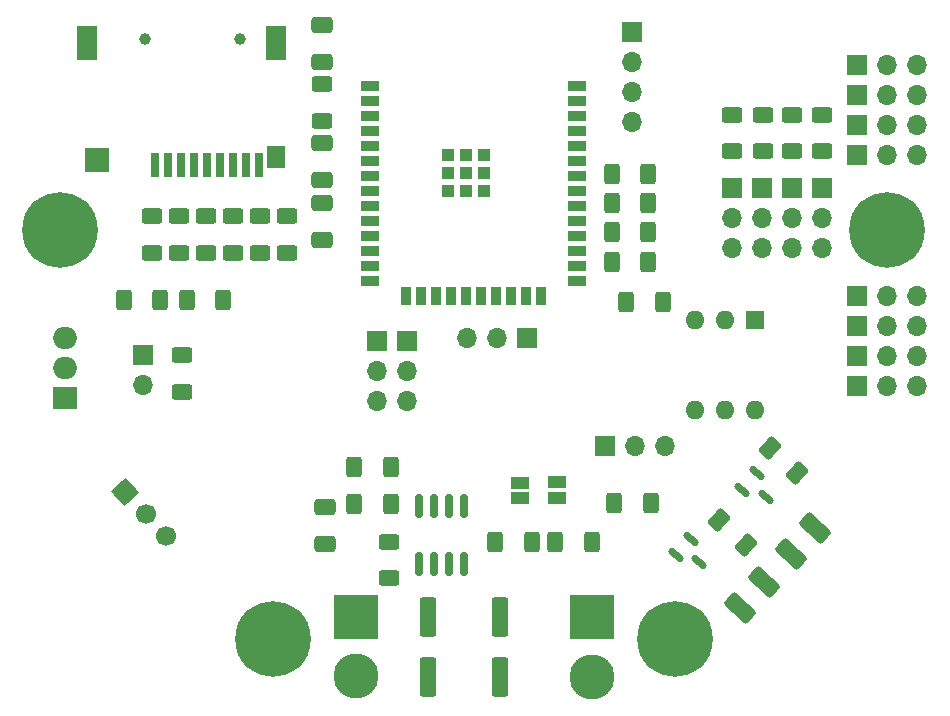
<source format=gts>
G04 #@! TF.GenerationSoftware,KiCad,Pcbnew,7.0.1*
G04 #@! TF.CreationDate,2023-03-23T23:12:12+01:00*
G04 #@! TF.ProjectId,solarScavenger,736f6c61-7253-4636-9176-656e6765722e,rev?*
G04 #@! TF.SameCoordinates,Original*
G04 #@! TF.FileFunction,Soldermask,Top*
G04 #@! TF.FilePolarity,Negative*
%FSLAX46Y46*%
G04 Gerber Fmt 4.6, Leading zero omitted, Abs format (unit mm)*
G04 Created by KiCad (PCBNEW 7.0.1) date 2023-03-23 23:12:12*
%MOMM*%
%LPD*%
G01*
G04 APERTURE LIST*
G04 Aperture macros list*
%AMRoundRect*
0 Rectangle with rounded corners*
0 $1 Rounding radius*
0 $2 $3 $4 $5 $6 $7 $8 $9 X,Y pos of 4 corners*
0 Add a 4 corners polygon primitive as box body*
4,1,4,$2,$3,$4,$5,$6,$7,$8,$9,$2,$3,0*
0 Add four circle primitives for the rounded corners*
1,1,$1+$1,$2,$3*
1,1,$1+$1,$4,$5*
1,1,$1+$1,$6,$7*
1,1,$1+$1,$8,$9*
0 Add four rect primitives between the rounded corners*
20,1,$1+$1,$2,$3,$4,$5,0*
20,1,$1+$1,$4,$5,$6,$7,0*
20,1,$1+$1,$6,$7,$8,$9,0*
20,1,$1+$1,$8,$9,$2,$3,0*%
%AMHorizOval*
0 Thick line with rounded ends*
0 $1 width*
0 $2 $3 position (X,Y) of the first rounded end (center of the circle)*
0 $4 $5 position (X,Y) of the second rounded end (center of the circle)*
0 Add line between two ends*
20,1,$1,$2,$3,$4,$5,0*
0 Add two circle primitives to create the rounded ends*
1,1,$1,$2,$3*
1,1,$1,$4,$5*%
%AMRotRect*
0 Rectangle, with rotation*
0 The origin of the aperture is its center*
0 $1 length*
0 $2 width*
0 $3 Rotation angle, in degrees counterclockwise*
0 Add horizontal line*
21,1,$1,$2,0,0,$3*%
G04 Aperture macros list end*
%ADD10RoundRect,0.250000X-0.625000X0.400000X-0.625000X-0.400000X0.625000X-0.400000X0.625000X0.400000X0*%
%ADD11RoundRect,0.250000X0.625000X-0.400000X0.625000X0.400000X-0.625000X0.400000X-0.625000X-0.400000X0*%
%ADD12R,1.700000X1.700000*%
%ADD13O,1.700000X1.700000*%
%ADD14RoundRect,0.150000X-0.150000X0.825000X-0.150000X-0.825000X0.150000X-0.825000X0.150000X0.825000X0*%
%ADD15RoundRect,0.250000X0.650000X-0.412500X0.650000X0.412500X-0.650000X0.412500X-0.650000X-0.412500X0*%
%ADD16R,3.800000X3.800000*%
%ADD17C,3.800000*%
%ADD18RoundRect,0.250001X0.465165X-1.073848X1.099545X-0.400660X-0.465165X1.073848X-1.099545X0.400660X0*%
%ADD19RoundRect,0.250000X-0.400000X-0.625000X0.400000X-0.625000X0.400000X0.625000X-0.400000X0.625000X0*%
%ADD20R,1.500000X1.000000*%
%ADD21C,6.400000*%
%ADD22R,2.000000X1.905000*%
%ADD23O,2.000000X1.905000*%
%ADD24C,1.000000*%
%ADD25R,0.700000X2.000000*%
%ADD26R,1.600000X1.900000*%
%ADD27R,1.700000X3.000000*%
%ADD28R,2.100000X2.000000*%
%ADD29RoundRect,0.250000X0.400000X0.625000X-0.400000X0.625000X-0.400000X-0.625000X0.400000X-0.625000X0*%
%ADD30RoundRect,0.249999X0.450001X1.425001X-0.450001X1.425001X-0.450001X-1.425001X0.450001X-1.425001X0*%
%ADD31RoundRect,0.250000X-0.650000X0.412500X-0.650000X-0.412500X0.650000X-0.412500X0.650000X0.412500X0*%
%ADD32RoundRect,0.250000X-0.719746X-0.180531X-0.137527X-0.729185X0.719746X0.180531X0.137527X0.729185X0*%
%ADD33RotRect,1.700000X1.700000X43.600000*%
%ADD34HorizOval,1.700000X0.000000X0.000000X0.000000X0.000000X0*%
%ADD35RoundRect,0.150000X-0.530439X0.293752X0.324694X-0.512084X0.530439X-0.293752X-0.324694X0.512084X0*%
%ADD36R,1.500000X0.900000*%
%ADD37R,0.900000X1.500000*%
%ADD38R,1.050000X1.050000*%
%ADD39R,1.600000X1.600000*%
%ADD40O,1.600000X1.600000*%
G04 APERTURE END LIST*
D10*
G04 #@! TO.C,R11*
X-52879000Y14390000D03*
X-52879000Y11290000D03*
G04 #@! TD*
D11*
G04 #@! TO.C,R7*
X-45313600Y22452400D03*
X-45313600Y25552400D03*
G04 #@! TD*
D12*
G04 #@! TO.C,J7*
X-40640000Y3810000D03*
D13*
X-40640000Y1270000D03*
X-40640000Y-1270000D03*
G04 #@! TD*
D14*
G04 #@! TO.C,U5*
X-33274000Y-10123000D03*
X-34544000Y-10123000D03*
X-35814000Y-10123000D03*
X-37084000Y-10123000D03*
X-37084000Y-15073000D03*
X-35814000Y-15073000D03*
X-34544000Y-15073000D03*
X-33274000Y-15073000D03*
G04 #@! TD*
D15*
G04 #@! TO.C,C4*
X-45313600Y12356700D03*
X-45313600Y15481700D03*
G04 #@! TD*
D12*
G04 #@! TO.C,JP1*
X-27940000Y4064000D03*
D13*
X-30480000Y4064000D03*
X-33020000Y4064000D03*
G04 #@! TD*
D16*
G04 #@! TO.C,J1*
X-22466000Y-19598000D03*
D17*
X-22466000Y-24598000D03*
G04 #@! TD*
D18*
G04 #@! TO.C,D2*
X-5588000Y-14224000D03*
X-3547690Y-12058876D03*
G04 #@! TD*
D10*
G04 #@! TO.C,R10*
X-55165000Y14390000D03*
X-55165000Y11290000D03*
G04 #@! TD*
D12*
G04 #@! TO.C,JP11*
X-2946400Y16789400D03*
D13*
X-2946400Y14249400D03*
X-2946400Y11709400D03*
G04 #@! TD*
D19*
G04 #@! TO.C,R6*
X-20600000Y-9906000D03*
X-17500000Y-9906000D03*
G04 #@! TD*
D15*
G04 #@! TO.C,C1*
X-45313600Y27432000D03*
X-45313600Y30557000D03*
G04 #@! TD*
D12*
G04 #@! TO.C,R5*
X-60502800Y2592000D03*
D13*
X-60502800Y52000D03*
G04 #@! TD*
D20*
G04 #@! TO.C,JP7*
X-28575000Y-9485000D03*
X-28575000Y-8185000D03*
G04 #@! TD*
D19*
G04 #@! TO.C,R29*
X-20777200Y17957800D03*
X-17677200Y17957800D03*
G04 #@! TD*
D12*
G04 #@! TO.C,J8*
X-38100000Y3810000D03*
D13*
X-38100000Y1270000D03*
X-38100000Y-1270000D03*
G04 #@! TD*
D21*
G04 #@! TO.C,REF\u002A\u002A*
X-67466000Y13208000D03*
G04 #@! TD*
D22*
G04 #@! TO.C,U3*
X-67056000Y-1016000D03*
D23*
X-67056000Y1524000D03*
X-67056000Y4064000D03*
G04 #@! TD*
D10*
G04 #@! TO.C,R8*
X-59737000Y14390000D03*
X-59737000Y11290000D03*
G04 #@! TD*
D21*
G04 #@! TO.C,REF\u002A\u002A*
X2534000Y13208000D03*
G04 #@! TD*
D12*
G04 #@! TO.C,J4*
X-21336000Y-5080000D03*
D13*
X-18796000Y-5080000D03*
X-16256000Y-5080000D03*
G04 #@! TD*
D24*
G04 #@! TO.C,J6*
X-52299000Y29408000D03*
X-60279000Y29408000D03*
D25*
X-59479000Y18708000D03*
X-58379000Y18708000D03*
X-57279000Y18708000D03*
X-56179000Y18708000D03*
X-55079000Y18708000D03*
X-53979000Y18708000D03*
X-52879000Y18708000D03*
X-51779000Y18708000D03*
X-50679000Y18708000D03*
D26*
X-49179000Y19408000D03*
D27*
X-49229000Y29008000D03*
D28*
X-64329000Y19108000D03*
D27*
X-65229000Y29008000D03*
G04 #@! TD*
D29*
G04 #@! TO.C,R17*
X-39497000Y-9993000D03*
X-42597000Y-9993000D03*
G04 #@! TD*
D30*
G04 #@! TO.C,R18*
X-30224000Y-24598000D03*
X-36324000Y-24598000D03*
G04 #@! TD*
D19*
G04 #@! TO.C,R3*
X-19584000Y7112000D03*
X-16484000Y7112000D03*
G04 #@! TD*
D29*
G04 #@! TO.C,R15*
X-22479000Y-13168000D03*
X-25579000Y-13168000D03*
G04 #@! TD*
D12*
G04 #@! TO.C,JP9*
X-5486400Y16789400D03*
D13*
X-5486400Y14249400D03*
X-5486400Y11709400D03*
G04 #@! TD*
D30*
G04 #@! TO.C,R19*
X-30224000Y-19518000D03*
X-36324000Y-19518000D03*
G04 #@! TD*
D29*
G04 #@! TO.C,R14*
X-27559000Y-13168000D03*
X-30659000Y-13168000D03*
G04 #@! TD*
D19*
G04 #@! TO.C,R22*
X-56769600Y7289800D03*
X-53669600Y7289800D03*
G04 #@! TD*
D16*
G04 #@! TO.C,J5*
X-42466000Y-19518000D03*
D17*
X-42466000Y-24518000D03*
G04 #@! TD*
D19*
G04 #@! TO.C,R21*
X-62103600Y7289800D03*
X-59003600Y7289800D03*
G04 #@! TD*
D10*
G04 #@! TO.C,R9*
X-57451000Y14390000D03*
X-57451000Y11290000D03*
G04 #@! TD*
D12*
G04 #@! TO.C,J2*
X-19050000Y29972000D03*
D13*
X-19050000Y27432000D03*
X-19050000Y24892000D03*
X-19050000Y22352000D03*
G04 #@! TD*
D12*
G04 #@! TO.C,J21*
X0Y2540000D03*
D13*
X2540000Y2540000D03*
X5080000Y2540000D03*
G04 #@! TD*
D31*
G04 #@! TO.C,C2*
X-45313600Y20574000D03*
X-45313600Y17449000D03*
G04 #@! TD*
D11*
G04 #@! TO.C,R30*
X-3014134Y19862200D03*
X-3014134Y22962200D03*
G04 #@! TD*
D12*
G04 #@! TO.C,J20*
X0Y22098000D03*
D13*
X2540000Y22098000D03*
X5080000Y22098000D03*
G04 #@! TD*
D19*
G04 #@! TO.C,R25*
X-20777200Y15527867D03*
X-17677200Y15527867D03*
G04 #@! TD*
D12*
G04 #@! TO.C,JP8*
X-10617200Y16789400D03*
D13*
X-10617200Y14249400D03*
X-10617200Y11709400D03*
G04 #@! TD*
D19*
G04 #@! TO.C,R23*
X-20777200Y10515600D03*
X-17677200Y10515600D03*
G04 #@! TD*
D18*
G04 #@! TO.C,D1*
X-9906000Y-18796000D03*
X-7865690Y-16630876D03*
G04 #@! TD*
D32*
G04 #@! TO.C,R2*
X-7361845Y-5267438D03*
X-5105749Y-7393474D03*
G04 #@! TD*
D21*
G04 #@! TO.C,REF\u002A\u002A*
X-49466000Y-21452000D03*
G04 #@! TD*
D12*
G04 #@! TO.C,J18*
X0Y27178000D03*
D13*
X2540000Y27178000D03*
X5080000Y27178000D03*
G04 #@! TD*
D19*
G04 #@! TO.C,R27*
X-20777200Y13021734D03*
X-17677200Y13021734D03*
G04 #@! TD*
D20*
G04 #@! TO.C,JP6*
X-25400000Y-9470000D03*
X-25400000Y-8170000D03*
G04 #@! TD*
D11*
G04 #@! TO.C,R24*
X-10617200Y19862200D03*
X-10617200Y22962200D03*
G04 #@! TD*
D10*
G04 #@! TO.C,R20*
X-48307000Y14390000D03*
X-48307000Y11290000D03*
G04 #@! TD*
D12*
G04 #@! TO.C,JP10*
X-8026400Y16789400D03*
D13*
X-8026400Y14249400D03*
X-8026400Y11709400D03*
G04 #@! TD*
D29*
G04 #@! TO.C,R16*
X-39497000Y-6818000D03*
X-42597000Y-6818000D03*
G04 #@! TD*
D11*
G04 #@! TO.C,R26*
X-5494867Y19862200D03*
X-5494867Y22962200D03*
G04 #@! TD*
D33*
G04 #@! TO.C,J3*
X-62000434Y-9006403D03*
D34*
X-60248800Y-10845800D03*
X-58497167Y-12685196D03*
G04 #@! TD*
D12*
G04 #@! TO.C,J22*
X0Y24638000D03*
D13*
X2540000Y24638000D03*
X5080000Y24638000D03*
G04 #@! TD*
D12*
G04 #@! TO.C,J23*
X0Y7620000D03*
D13*
X2540000Y7620000D03*
X5080000Y7620000D03*
G04 #@! TD*
D21*
G04 #@! TO.C,REF\u002A\u002A*
X-15466000Y-21452000D03*
G04 #@! TD*
D10*
G04 #@! TO.C,R12*
X-50593000Y14390000D03*
X-50593000Y11290000D03*
G04 #@! TD*
D35*
G04 #@! TO.C,Q1*
X-8463560Y-7403261D03*
X-9766614Y-8786029D03*
X-7750513Y-9380555D03*
G04 #@! TD*
D12*
G04 #@! TO.C,J17*
X0Y0D03*
D13*
X2540000Y0D03*
X5080000Y0D03*
G04 #@! TD*
D36*
G04 #@! TO.C,U4*
X-41216000Y25386000D03*
X-41216000Y24116000D03*
X-41216000Y22846000D03*
X-41216000Y21576000D03*
X-41216000Y20306000D03*
X-41216000Y19036000D03*
X-41216000Y17766000D03*
X-41216000Y16496000D03*
X-41216000Y15226000D03*
X-41216000Y13956000D03*
X-41216000Y12686000D03*
X-41216000Y11416000D03*
X-41216000Y10146000D03*
X-41216000Y8876000D03*
D37*
X-38186000Y7626000D03*
X-36916000Y7626000D03*
X-35646000Y7626000D03*
X-34376000Y7626000D03*
X-33106000Y7626000D03*
X-31836000Y7626000D03*
X-30566000Y7626000D03*
X-29296000Y7626000D03*
X-28026000Y7626000D03*
X-26756000Y7626000D03*
D36*
X-23716000Y8876000D03*
X-23716000Y10146000D03*
X-23716000Y11416000D03*
X-23716000Y12686000D03*
X-23716000Y13956000D03*
X-23716000Y15226000D03*
X-23716000Y16496000D03*
X-23716000Y17766000D03*
X-23716000Y19036000D03*
X-23716000Y20306000D03*
X-23716000Y21576000D03*
X-23716000Y22846000D03*
X-23716000Y24116000D03*
X-23716000Y25386000D03*
D38*
X-34671000Y19571000D03*
X-34671000Y18046000D03*
X-34671000Y16521000D03*
X-33146000Y19571000D03*
X-33146000Y18046000D03*
X-33146000Y16521000D03*
X-31621000Y19571000D03*
X-31621000Y18046000D03*
X-31621000Y16521000D03*
G04 #@! TD*
D31*
G04 #@! TO.C,C3*
X-45059600Y-10273900D03*
X-45059600Y-13398900D03*
G04 #@! TD*
D12*
G04 #@! TO.C,J24*
X0Y19558000D03*
D13*
X2540000Y19558000D03*
X5080000Y19558000D03*
G04 #@! TD*
D10*
G04 #@! TO.C,R13*
X-39624000Y-13168000D03*
X-39624000Y-16268000D03*
G04 #@! TD*
D11*
G04 #@! TO.C,R28*
X-7975600Y19862200D03*
X-7975600Y22962200D03*
G04 #@! TD*
D12*
G04 #@! TO.C,J19*
X15000Y5080000D03*
D13*
X2555000Y5080000D03*
X5095000Y5080000D03*
G04 #@! TD*
D39*
G04 #@! TO.C,U2*
X-8651000Y5578000D03*
D40*
X-11191000Y5578000D03*
X-13731000Y5578000D03*
X-13731000Y-2042000D03*
X-11191000Y-2042000D03*
X-8651000Y-2042000D03*
G04 #@! TD*
D32*
G04 #@! TO.C,R1*
X-11679845Y-11363438D03*
X-9423749Y-13489474D03*
G04 #@! TD*
D11*
G04 #@! TO.C,R4*
X-57200800Y-508000D03*
X-57200800Y2592000D03*
G04 #@! TD*
D35*
G04 #@! TO.C,Q3*
X-14076960Y-12915061D03*
X-15380014Y-14297829D03*
X-13363913Y-14892355D03*
G04 #@! TD*
M02*

</source>
